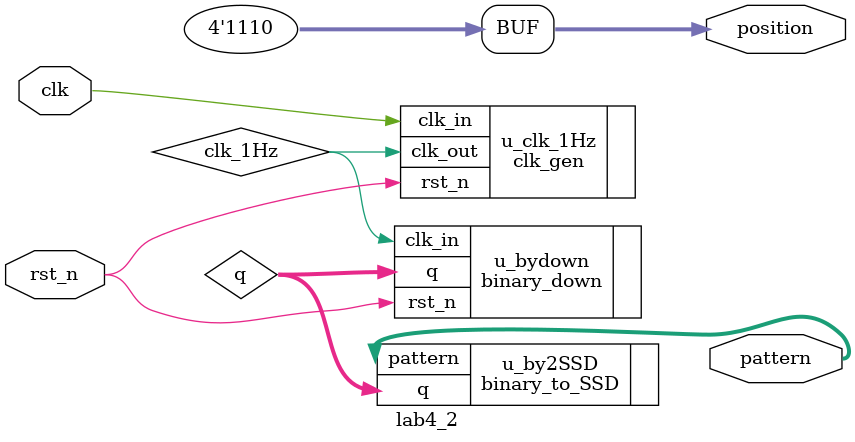
<source format=v>
module lab4_2
(
    input clk,
    input rst_n,

    output [3:0] position,
    output [7:0] pattern
);

localparam period_1Hz = 1;
localparam bit_num = 30;

wire clk_1Hz;
wire [3:0] q;

assign position = 4'b1110;

//1Hz clock generater
clk_gen 
#(
 .period(period_1Hz),
 .bit_num(bit_num)
)
u_clk_1Hz
(
  .clk_in(clk),
  .rst_n(rst_n),

  .clk_out(clk_1Hz)
);

//binary counter
binary_down u_bydown 
(
  .clk_in(clk_1Hz),
  .rst_n(rst_n),
  .q(q)
);

binary_to_SSD u_by2SSD
(
  .q(q),
  .pattern(pattern)
);
endmodule

</source>
